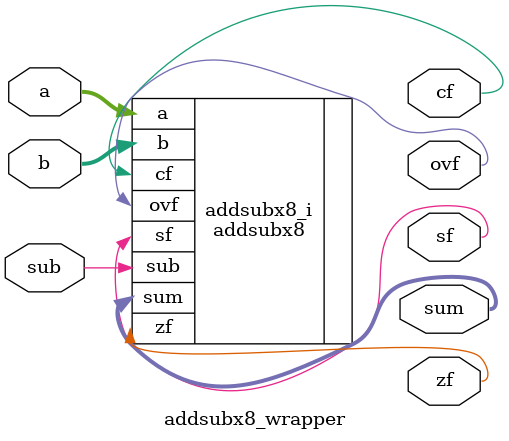
<source format=v>
`timescale 1 ps / 1 ps

module addsubx8_wrapper
   (a,
    b,
    cf,
    ovf,
    sf,
    sub,
    sum,
    zf);
  input [7:0]a;
  input [7:0]b;
  output cf;
  output ovf;
  output sf;
  input sub;
  output [7:0]sum;
  output zf;
  
  wire [7:0]a;
  wire [7:0]b;
  wire cf;
  wire ovf;
  wire sf;
  wire sub;
  wire [7:0]sum;
  wire zf;
  addsubx8 addsubx8_i
       (.a(a),
        .b(b),
        .cf(cf),
        .ovf(ovf),
        .sf(sf),
        .sub(sub),
        .sum(sum),
        .zf(zf));
endmodule

</source>
